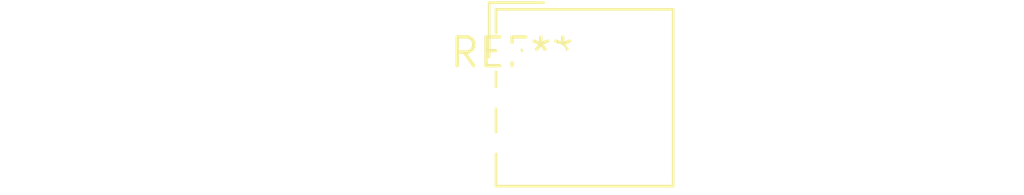
<source format=kicad_pcb>
(kicad_pcb (version 20240108) (generator pcbnew)
  (layers (0 "F.Cu" signal) (31 "B.Cu" signal) (34 "B.Paste" user) (35 "F.Paste" user) (36 "B.SilkS" user "B.Silkscreen") (37 "F.SilkS" user "F.Silkscreen") (38 "B.Mask" user) (39 "F.Mask" user) (44 "Edge.Cuts" user))
  (net 0 "")
  (footprint "JAE_LY20-6P-DLT1_2x03_P2.00mm_Horizontal" (layer "F.Cu") (at 0 0)
    (property "Reference" "REF**")
    (property "Value" "JAE_LY20-6P-DLT1_2x03_P2.00mm_Horizontal")
    (fp_line (start -1.01 -2.21) (end -1.01 0.2) (layer "F.SilkS") (stroke (width 0.12)))
    (fp_line (start -0.71 -1.91) (end -0.71 -0.86) (layer "F.SilkS") (stroke (width 0.12)))
    (fp_line (start -0.71 -1.91) (end 7.11 -1.91) (layer "F.SilkS") (stroke (width 0.12)))
    (fp_line (start -0.71 0.86) (end -0.71 1.514717) (layer "F.SilkS") (stroke (width 0.12)))
    (fp_line (start -0.71 2.485283) (end -0.71 3.514717) (layer "F.SilkS") (stroke (width 0.12)))
    (fp_line (start -0.71 4.485283) (end -0.71 5.91) (layer "F.SilkS") (stroke (width 0.12)))
    (fp_line (start -0.71 5.91) (end 7.11 5.91) (layer "F.SilkS") (stroke (width 0.12)))
    (fp_line (start 1.4 -2.21) (end -1.01 -2.21) (layer "F.SilkS") (stroke (width 0.12)))
    (fp_line (start 7.11 -1.91) (end 7.11 2) (layer "F.SilkS") (stroke (width 0.12)))
    (fp_line (start 7.11 5.91) (end 7.11 2) (layer "F.SilkS") (stroke (width 0.12)))
    (pad "a1" thru_hole roundrect (at 0 0) (size 1.2 1.2) (drill 0.8) (layers *.Cu *.Mask) (remove_unused_layers) (roundrect_rratio 0.208333))
    (pad "a2" thru_hole circle (at 0 2) (size 1.2 1.2) (drill 0.8) (layers *.Cu *.Mask) (remove_unused_layers))
    (pad "a3" thru_hole circle (at 0 4) (size 1.2 1.2) (drill 0.8) (layers *.Cu *.Mask) (remove_unused_layers))
    (pad "b1" thru_hole circle (at 2 0) (size 1.2 1.2) (drill 0.8) (layers *.Cu *.Mask) (remove_unused_layers))
    (pad "b2" thru_hole circle (at 2 2) (size 1.2 1.2) (drill 0.8) (layers *.Cu *.Mask) (remove_unused_layers))
    (pad "b3" thru_hole circle (at 2 4) (size 1.2 1.2) (drill 0.8) (layers *.Cu *.Mask) (remove_unused_layers))
  )
)
</source>
